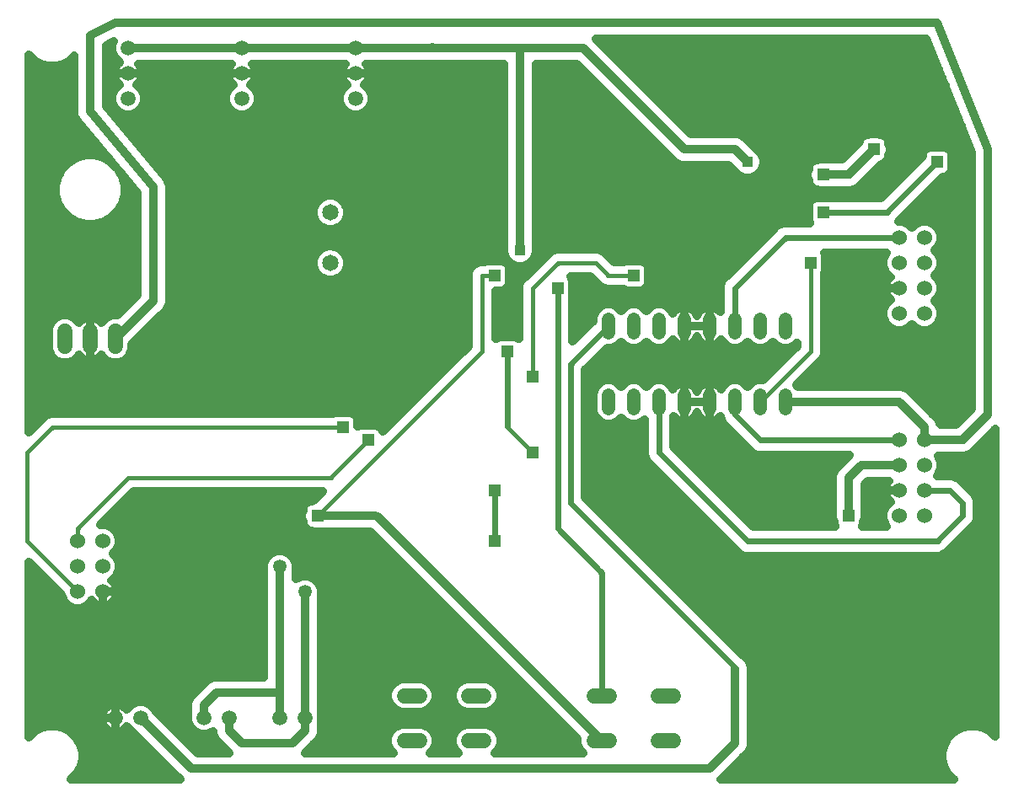
<source format=gbl>
G75*
G70*
%OFA0B0*%
%FSLAX24Y24*%
%IPPOS*%
%LPD*%
%AMOC8*
5,1,8,0,0,1.08239X$1,22.5*
%
%ADD10C,0.0594*%
%ADD11C,0.0650*%
%ADD12C,0.0602*%
%ADD13C,0.0600*%
%ADD14C,0.0520*%
%ADD15C,0.0320*%
%ADD16C,0.0240*%
%ADD17R,0.0475X0.0475*%
%ADD18C,0.0768*%
%ADD19C,0.0160*%
%ADD20C,0.0591*%
%ADD21C,0.0531*%
%ADD22R,0.0396X0.0396*%
D10*
X004260Y003260D03*
X005260Y003260D03*
X007760Y003260D03*
X008760Y003260D03*
X010760Y003260D03*
X011760Y003260D03*
X013760Y027760D03*
X013760Y028760D03*
X013760Y029760D03*
X009260Y029760D03*
X009260Y028760D03*
X009260Y027760D03*
X004760Y027760D03*
X004760Y028760D03*
X004760Y029760D03*
D11*
X012760Y023260D03*
X012760Y021260D03*
D12*
X003760Y010260D03*
X002760Y010260D03*
X002760Y009260D03*
X002760Y008260D03*
X003760Y008260D03*
X003760Y009260D03*
X035260Y011260D03*
X036260Y011260D03*
X036260Y012260D03*
X035260Y012260D03*
X035260Y013260D03*
X036260Y013260D03*
X036260Y014260D03*
X035260Y014260D03*
X035260Y019260D03*
X036260Y019260D03*
X036260Y020260D03*
X035260Y020260D03*
X035260Y021260D03*
X036260Y021260D03*
X036260Y022260D03*
X035260Y022260D03*
D13*
X026340Y004150D02*
X025740Y004150D01*
X025740Y002370D02*
X026340Y002370D01*
X023780Y002370D02*
X023180Y002370D01*
X023180Y004150D02*
X023780Y004150D01*
X018840Y004150D02*
X018240Y004150D01*
X018240Y002370D02*
X018840Y002370D01*
X016280Y002370D02*
X015680Y002370D01*
X015680Y004150D02*
X016280Y004150D01*
X004260Y017960D02*
X004260Y018560D01*
X003260Y018560D02*
X003260Y017960D01*
X002260Y017960D02*
X002260Y018560D01*
D14*
X023760Y018500D02*
X023760Y019020D01*
X024760Y019020D02*
X024760Y018500D01*
X025760Y018500D02*
X025760Y019020D01*
X026760Y019020D02*
X026760Y018500D01*
X027760Y018500D02*
X027760Y019020D01*
X028760Y019020D02*
X028760Y018500D01*
X029760Y018500D02*
X029760Y019020D01*
X030760Y019020D02*
X030760Y018500D01*
X030760Y016020D02*
X030760Y015500D01*
X029760Y015500D02*
X029760Y016020D01*
X028760Y016020D02*
X028760Y015500D01*
X027760Y015500D02*
X027760Y016020D01*
X026760Y016020D02*
X026760Y015500D01*
X025760Y015500D02*
X025760Y016020D01*
X024760Y016020D02*
X024760Y015500D01*
X023760Y015500D02*
X023760Y016020D01*
D15*
X002712Y001029D02*
X002503Y000820D01*
X006823Y000820D01*
X004940Y002703D01*
X004899Y002720D01*
X004720Y002899D01*
X004708Y002929D01*
X004685Y002897D01*
X004623Y002835D01*
X004552Y002784D01*
X004474Y002744D01*
X004390Y002717D01*
X004304Y002703D01*
X004260Y002703D01*
X004260Y003260D01*
X004260Y007260D01*
X003760Y007760D01*
X003760Y008260D01*
X004321Y008260D01*
X003760Y008260D01*
X003760Y008260D01*
X003760Y007699D01*
X003760Y008260D01*
X003760Y008260D01*
X003760Y008223D02*
X003760Y008223D01*
X003760Y007904D02*
X003760Y007904D01*
X003760Y007699D02*
X003716Y007699D01*
X003629Y007713D01*
X003545Y007740D01*
X003466Y007780D01*
X003394Y007832D01*
X003332Y007894D01*
X003313Y007920D01*
X003304Y007897D01*
X003123Y007716D01*
X002888Y007619D01*
X002632Y007619D01*
X002397Y007716D01*
X002216Y007897D01*
X002119Y008132D01*
X002119Y008138D01*
X000820Y009436D01*
X000820Y002503D01*
X001029Y002712D01*
X001301Y002869D01*
X001603Y002950D01*
X001917Y002950D01*
X002219Y002869D01*
X002491Y002712D01*
X002712Y002491D01*
X002869Y002219D01*
X002950Y001917D01*
X002950Y001603D01*
X002869Y001301D01*
X002712Y001029D01*
X002580Y000897D02*
X006746Y000897D01*
X006428Y001216D02*
X002820Y001216D01*
X002931Y001534D02*
X006109Y001534D01*
X005791Y001853D02*
X002950Y001853D01*
X002882Y002171D02*
X005472Y002171D01*
X005154Y002490D02*
X002713Y002490D01*
X002325Y002808D02*
X003935Y002808D01*
X003968Y002784D02*
X004046Y002744D01*
X004130Y002717D01*
X004216Y002703D01*
X004260Y002703D01*
X004260Y003260D01*
X004260Y003260D01*
X004260Y003817D01*
X004216Y003817D01*
X004130Y003803D01*
X004046Y003776D01*
X003968Y003736D01*
X003897Y003685D01*
X003835Y003623D01*
X003784Y003552D01*
X003744Y003474D01*
X003717Y003390D01*
X003703Y003304D01*
X003703Y003260D01*
X004260Y003260D01*
X004260Y003260D01*
X004260Y003260D01*
X004260Y003817D01*
X004304Y003817D01*
X004390Y003803D01*
X004474Y003776D01*
X004552Y003736D01*
X004623Y003685D01*
X004685Y003623D01*
X004708Y003591D01*
X004720Y003621D01*
X004899Y003800D01*
X005133Y003897D01*
X005387Y003897D01*
X005621Y003800D01*
X005800Y003621D01*
X005817Y003580D01*
X007517Y001880D01*
X008763Y001880D01*
X008734Y001909D01*
X008734Y001909D01*
X008234Y002409D01*
X008140Y002637D01*
X008140Y002739D01*
X008121Y002720D01*
X007887Y002623D01*
X007633Y002623D01*
X007399Y002720D01*
X007220Y002899D01*
X007123Y003133D01*
X007123Y003387D01*
X007140Y003427D01*
X007140Y003883D01*
X007234Y004111D01*
X007734Y004611D01*
X007909Y004786D01*
X008137Y004880D01*
X010140Y004880D01*
X010140Y009383D01*
X010234Y009611D01*
X010409Y009786D01*
X010637Y009880D01*
X010883Y009880D01*
X011111Y009786D01*
X011286Y009611D01*
X011380Y009383D01*
X011380Y008757D01*
X011409Y008786D01*
X011637Y008880D01*
X011883Y008880D01*
X012111Y008786D01*
X012286Y008611D01*
X012380Y008383D01*
X012380Y003427D01*
X012397Y003387D01*
X012397Y003133D01*
X012380Y003093D01*
X012380Y002637D01*
X012286Y002409D01*
X012111Y002234D01*
X011757Y001880D01*
X015265Y001880D01*
X015137Y002007D01*
X015040Y002243D01*
X015040Y002497D01*
X015137Y002733D01*
X015317Y002913D01*
X015553Y003010D01*
X016407Y003010D01*
X016643Y002913D01*
X016823Y002733D01*
X016920Y002497D01*
X016920Y002243D01*
X016823Y002007D01*
X016695Y001880D01*
X017825Y001880D01*
X017697Y002007D01*
X017600Y002243D01*
X017600Y002497D01*
X017697Y002733D01*
X017877Y002913D01*
X018113Y003010D01*
X018967Y003010D01*
X019203Y002913D01*
X019383Y002733D01*
X019480Y002497D01*
X019480Y002243D01*
X019383Y002007D01*
X019255Y001880D01*
X022765Y001880D01*
X022637Y002007D01*
X022540Y002243D01*
X022540Y002433D01*
X014333Y010640D01*
X012137Y010640D01*
X012034Y010683D01*
X011955Y010683D01*
X011830Y010734D01*
X011734Y010830D01*
X011683Y010955D01*
X011683Y011034D01*
X011640Y011137D01*
X011640Y011383D01*
X011683Y011486D01*
X011683Y011565D01*
X011734Y011690D01*
X011830Y011786D01*
X011955Y011837D01*
X012034Y011837D01*
X012102Y011866D01*
X012456Y012220D01*
X004984Y012220D01*
X003665Y010901D01*
X003888Y010901D01*
X004123Y010804D01*
X004304Y010623D01*
X004401Y010388D01*
X004401Y010132D01*
X004304Y009897D01*
X004167Y009760D01*
X004304Y009623D01*
X004401Y009388D01*
X004401Y009132D01*
X004304Y008897D01*
X004123Y008716D01*
X004100Y008707D01*
X004126Y008688D01*
X004188Y008626D01*
X004240Y008554D01*
X004280Y008475D01*
X004307Y008391D01*
X004321Y008304D01*
X004321Y008260D01*
X004321Y008216D01*
X004307Y008129D01*
X004280Y008045D01*
X004240Y007966D01*
X004188Y007894D01*
X004126Y007832D01*
X004054Y007780D01*
X003975Y007740D01*
X003891Y007713D01*
X003804Y007699D01*
X003760Y007699D01*
X004195Y007904D02*
X010140Y007904D01*
X010140Y007586D02*
X000820Y007586D01*
X000820Y007904D02*
X002213Y007904D01*
X002034Y008223D02*
X000820Y008223D01*
X000820Y008541D02*
X001715Y008541D01*
X001397Y008860D02*
X000820Y008860D01*
X000820Y009178D02*
X001078Y009178D01*
X000820Y007267D02*
X010140Y007267D01*
X010140Y006949D02*
X000820Y006949D01*
X000820Y006630D02*
X010140Y006630D01*
X010140Y006312D02*
X000820Y006312D01*
X000820Y005993D02*
X010140Y005993D01*
X010140Y005675D02*
X000820Y005675D01*
X000820Y005356D02*
X010140Y005356D01*
X010140Y005038D02*
X000820Y005038D01*
X000820Y004719D02*
X007842Y004719D01*
X007524Y004401D02*
X000820Y004401D01*
X000820Y004082D02*
X007222Y004082D01*
X007140Y003764D02*
X005657Y003764D01*
X005952Y003445D02*
X007140Y003445D01*
X007126Y003127D02*
X006270Y003127D01*
X006589Y002808D02*
X007311Y002808D01*
X006907Y002490D02*
X008201Y002490D01*
X008472Y002171D02*
X007226Y002171D01*
X007260Y001260D02*
X005260Y003260D01*
X004863Y003764D02*
X004498Y003764D01*
X004260Y003764D02*
X004260Y003764D01*
X004022Y003764D02*
X000820Y003764D01*
X000820Y003445D02*
X003735Y003445D01*
X003703Y003260D02*
X003703Y003216D01*
X003717Y003130D01*
X003744Y003046D01*
X003784Y002968D01*
X003835Y002897D01*
X003897Y002835D01*
X003968Y002784D01*
X004260Y002808D02*
X004260Y002808D01*
X004260Y003127D02*
X004260Y003127D01*
X004260Y003260D02*
X003703Y003260D01*
X003718Y003127D02*
X000820Y003127D01*
X000820Y002808D02*
X001195Y002808D01*
X004260Y003445D02*
X004260Y003445D01*
X004585Y002808D02*
X004811Y002808D01*
X007260Y001260D02*
X027760Y001260D01*
X028760Y002260D01*
X028760Y005208D01*
X029171Y005675D02*
X039070Y005675D01*
X039070Y005993D02*
X028847Y005993D01*
X029103Y005737D02*
X022840Y012000D01*
X022840Y017020D01*
X023720Y017900D01*
X023879Y017900D01*
X024100Y017991D01*
X024260Y018151D01*
X024420Y017991D01*
X024641Y017900D01*
X024879Y017900D01*
X025100Y017991D01*
X025260Y018151D01*
X025420Y017991D01*
X025641Y017900D01*
X025879Y017900D01*
X026100Y017991D01*
X026269Y018160D01*
X026305Y018248D01*
X026315Y018227D01*
X026363Y018161D01*
X026421Y018103D01*
X026487Y018055D01*
X026560Y018018D01*
X026638Y017993D01*
X026719Y017980D01*
X026760Y017980D01*
X026801Y017980D01*
X026882Y017993D01*
X026960Y018018D01*
X027033Y018055D01*
X027099Y018103D01*
X027157Y018161D01*
X027205Y018227D01*
X027242Y018300D01*
X027260Y018356D01*
X027278Y018300D01*
X027315Y018227D01*
X027363Y018161D01*
X027421Y018103D01*
X027487Y018055D01*
X027560Y018018D01*
X027638Y017993D01*
X027719Y017980D01*
X027760Y017980D01*
X027801Y017980D01*
X027882Y017993D01*
X027960Y018018D01*
X028033Y018055D01*
X028099Y018103D01*
X028157Y018161D01*
X028205Y018227D01*
X028215Y018248D01*
X028251Y018160D01*
X028420Y017991D01*
X028641Y017900D01*
X028879Y017900D01*
X029100Y017991D01*
X029260Y018151D01*
X029420Y017991D01*
X029641Y017900D01*
X029879Y017900D01*
X030100Y017991D01*
X030260Y018151D01*
X030420Y017991D01*
X030641Y017900D01*
X030879Y017900D01*
X031100Y017991D01*
X031220Y018111D01*
X031220Y017984D01*
X029856Y016620D01*
X029641Y016620D01*
X029420Y016529D01*
X029260Y016369D01*
X029100Y016529D01*
X028879Y016620D01*
X028641Y016620D01*
X028420Y016529D01*
X028251Y016360D01*
X028215Y016272D01*
X028205Y016293D01*
X028157Y016359D01*
X028099Y016417D01*
X028033Y016465D01*
X027960Y016502D01*
X027882Y016527D01*
X027801Y016540D01*
X027760Y016540D01*
X027760Y015760D01*
X026760Y015760D01*
X026760Y018760D01*
X026760Y020208D01*
X026723Y020297D02*
X024260Y022760D01*
X022760Y022760D01*
X023367Y021800D02*
X021679Y021800D01*
X021435Y021699D01*
X021418Y021681D01*
X021418Y021681D01*
X020454Y020718D01*
X020302Y020566D01*
X020220Y020367D01*
X020220Y018256D01*
X020190Y018286D01*
X020065Y018337D01*
X019881Y018337D01*
X019875Y018340D01*
X019645Y018340D01*
X019639Y018337D01*
X019455Y018337D01*
X019330Y018286D01*
X019300Y018256D01*
X019300Y020183D01*
X019565Y020183D01*
X019690Y020234D01*
X019786Y020330D01*
X019837Y020455D01*
X019837Y021065D01*
X019786Y021190D01*
X019690Y021286D01*
X019565Y021337D01*
X018955Y021337D01*
X018864Y021300D01*
X018653Y021300D01*
X018454Y021218D01*
X018302Y021066D01*
X018220Y020867D01*
X018220Y017984D01*
X014827Y014591D01*
X014786Y014690D01*
X014690Y014786D01*
X014565Y014837D01*
X013955Y014837D01*
X013837Y014789D01*
X013837Y015065D01*
X013786Y015190D01*
X013690Y015286D01*
X013565Y015337D01*
X012955Y015337D01*
X012864Y015300D01*
X001679Y015300D01*
X001435Y015199D01*
X001418Y015181D01*
X001418Y015181D01*
X000820Y014584D01*
X000820Y029517D01*
X001029Y029308D01*
X001301Y029151D01*
X001603Y029070D01*
X001917Y029070D01*
X002219Y029151D01*
X002491Y029308D01*
X002640Y029457D01*
X002640Y027288D01*
X002631Y027193D01*
X002640Y027166D01*
X002640Y027137D01*
X002676Y027049D01*
X002705Y026958D01*
X002723Y026936D01*
X002734Y026909D01*
X002802Y026841D01*
X004301Y025042D01*
X004095Y025248D01*
X003785Y025427D01*
X003439Y025520D01*
X003081Y025520D01*
X002735Y025427D01*
X002425Y025248D01*
X002172Y024995D01*
X001993Y024685D01*
X001900Y024339D01*
X001900Y023981D01*
X001993Y023635D01*
X002172Y023325D01*
X002425Y023072D01*
X002735Y022893D01*
X003081Y022800D01*
X003439Y022800D01*
X003785Y022893D01*
X004095Y023072D01*
X004348Y023325D01*
X004527Y023635D01*
X004620Y023981D01*
X004620Y024339D01*
X004527Y024685D01*
X004366Y024964D01*
X005140Y024036D01*
X005140Y020017D01*
X004323Y019200D01*
X004133Y019200D01*
X003897Y019103D01*
X003717Y018923D01*
X003707Y018897D01*
X003687Y018925D01*
X003625Y018987D01*
X003554Y019039D01*
X003475Y019079D01*
X003391Y019106D01*
X003304Y019120D01*
X003260Y019120D01*
X003260Y018260D01*
X003260Y018260D01*
X003260Y017400D01*
X003304Y017400D01*
X003391Y017414D01*
X003475Y017441D01*
X003554Y017481D01*
X003625Y017533D01*
X003687Y017595D01*
X003707Y017623D01*
X003717Y017597D01*
X003897Y017417D01*
X004133Y017320D01*
X004387Y017320D01*
X004623Y017417D01*
X004803Y017597D01*
X004900Y017833D01*
X004900Y018023D01*
X006075Y019198D01*
X006162Y019285D01*
X006267Y019390D01*
X006380Y019664D01*
X006380Y024232D01*
X006389Y024327D01*
X006380Y024354D01*
X006380Y024383D01*
X006344Y024471D01*
X006315Y024562D01*
X006297Y024584D01*
X006286Y024611D01*
X006218Y024679D01*
X003880Y027484D01*
X003880Y029877D01*
X004182Y030028D01*
X004123Y029887D01*
X004123Y029633D01*
X004220Y029399D01*
X004399Y029220D01*
X004429Y029208D01*
X004397Y029185D01*
X004335Y029123D01*
X004284Y029052D01*
X004244Y028974D01*
X004217Y028890D01*
X004203Y028804D01*
X004203Y028760D01*
X004203Y028716D01*
X004217Y028630D01*
X004244Y028546D01*
X004284Y028468D01*
X004335Y028397D01*
X004397Y028335D01*
X004429Y028312D01*
X004399Y028300D01*
X004220Y028121D01*
X004123Y027887D01*
X004123Y027633D01*
X004220Y027399D01*
X004399Y027220D01*
X004633Y027123D01*
X004887Y027123D01*
X005121Y027220D01*
X005300Y027399D01*
X005397Y027633D01*
X005397Y027887D01*
X005300Y028121D01*
X005121Y028300D01*
X005091Y028312D01*
X005123Y028335D01*
X005185Y028397D01*
X005236Y028468D01*
X005276Y028546D01*
X005303Y028630D01*
X005317Y028716D01*
X005317Y028760D01*
X005317Y028804D01*
X005303Y028890D01*
X005276Y028974D01*
X005236Y029052D01*
X005185Y029123D01*
X005168Y029140D01*
X008852Y029140D01*
X008835Y029123D01*
X008784Y029052D01*
X008744Y028974D01*
X008717Y028890D01*
X008703Y028804D01*
X008703Y028760D01*
X008703Y028716D01*
X008717Y028630D01*
X008744Y028546D01*
X008784Y028468D01*
X008835Y028397D01*
X008897Y028335D01*
X008929Y028312D01*
X008899Y028300D01*
X008720Y028121D01*
X008623Y027887D01*
X008623Y027633D01*
X008720Y027399D01*
X008899Y027220D01*
X009133Y027123D01*
X009387Y027123D01*
X009621Y027220D01*
X009800Y027399D01*
X009897Y027633D01*
X009897Y027887D01*
X009800Y028121D01*
X009621Y028300D01*
X009591Y028312D01*
X009623Y028335D01*
X009685Y028397D01*
X009736Y028468D01*
X009776Y028546D01*
X009803Y028630D01*
X009817Y028716D01*
X009817Y028760D01*
X009817Y028804D01*
X009803Y028890D01*
X009776Y028974D01*
X009736Y029052D01*
X009685Y029123D01*
X009668Y029140D01*
X013352Y029140D01*
X013335Y029123D01*
X013284Y029052D01*
X013244Y028974D01*
X013217Y028890D01*
X013203Y028804D01*
X013203Y028760D01*
X013203Y028716D01*
X013217Y028630D01*
X013244Y028546D01*
X013284Y028468D01*
X013335Y028397D01*
X013397Y028335D01*
X013429Y028312D01*
X013399Y028300D01*
X013220Y028121D01*
X013123Y027887D01*
X013123Y027633D01*
X013220Y027399D01*
X013399Y027220D01*
X013633Y027123D01*
X013887Y027123D01*
X014121Y027220D01*
X014300Y027399D01*
X014397Y027633D01*
X014397Y027887D01*
X014300Y028121D01*
X014121Y028300D01*
X014091Y028312D01*
X014123Y028335D01*
X014185Y028397D01*
X014236Y028468D01*
X014276Y028546D01*
X014303Y028630D01*
X014317Y028716D01*
X014317Y028760D01*
X014317Y028804D01*
X014303Y028890D01*
X014276Y028974D01*
X014236Y029052D01*
X014185Y029123D01*
X014168Y029140D01*
X019640Y029140D01*
X019640Y021637D01*
X019734Y021409D01*
X019773Y021370D01*
X019774Y021369D01*
X019869Y021274D01*
X019870Y021273D01*
X019909Y021234D01*
X020137Y021140D01*
X020383Y021140D01*
X020611Y021234D01*
X020650Y021273D01*
X020651Y021274D01*
X020746Y021369D01*
X020747Y021370D01*
X020786Y021409D01*
X020880Y021637D01*
X020880Y029140D01*
X022503Y029140D01*
X026234Y025409D01*
X026409Y025234D01*
X026637Y025140D01*
X028503Y025140D01*
X028773Y024870D01*
X028774Y024869D01*
X028869Y024774D01*
X028870Y024773D01*
X028909Y024734D01*
X029137Y024640D01*
X029383Y024640D01*
X029611Y024734D01*
X029650Y024773D01*
X029651Y024774D01*
X029746Y024869D01*
X029747Y024870D01*
X029786Y024909D01*
X029880Y025137D01*
X029880Y025383D01*
X029786Y025611D01*
X029747Y025650D01*
X029746Y025651D01*
X029651Y025746D01*
X029650Y025747D01*
X029111Y026286D01*
X028883Y026380D01*
X027017Y026380D01*
X023257Y030140D01*
X036340Y030140D01*
X038140Y025641D01*
X038140Y015517D01*
X037503Y014880D01*
X036880Y014880D01*
X036880Y014883D01*
X036786Y015111D01*
X036611Y015286D01*
X035822Y016075D01*
X035735Y016162D01*
X035630Y016267D01*
X035356Y016380D01*
X031249Y016380D01*
X031196Y016432D01*
X032066Y017302D01*
X032218Y017454D01*
X032300Y017653D01*
X032300Y020864D01*
X032337Y020955D01*
X032337Y021565D01*
X032290Y021680D01*
X034773Y021680D01*
X034716Y021623D01*
X034619Y021388D01*
X034619Y021132D01*
X034716Y020897D01*
X034897Y020716D01*
X034920Y020707D01*
X034894Y020688D01*
X034832Y020626D01*
X034780Y020554D01*
X034740Y020475D01*
X034713Y020391D01*
X034699Y020304D01*
X034699Y020260D01*
X035260Y020260D01*
X035260Y020260D01*
X034699Y020260D01*
X034699Y020216D01*
X034713Y020129D01*
X034740Y020045D01*
X034780Y019966D01*
X034832Y019894D01*
X034894Y019832D01*
X034920Y019813D01*
X034897Y019804D01*
X034716Y019623D01*
X034619Y019388D01*
X034619Y019132D01*
X034716Y018897D01*
X034897Y018716D01*
X035132Y018619D01*
X035388Y018619D01*
X035623Y018716D01*
X035760Y018853D01*
X035897Y018716D01*
X036132Y018619D01*
X036388Y018619D01*
X036623Y018716D01*
X036804Y018897D01*
X036901Y019132D01*
X036901Y019388D01*
X036804Y019623D01*
X036667Y019760D01*
X036804Y019897D01*
X036901Y020132D01*
X036901Y020388D01*
X036804Y020623D01*
X036667Y020760D01*
X036804Y020897D01*
X036901Y021132D01*
X036901Y021388D01*
X036804Y021623D01*
X036667Y021760D01*
X036804Y021897D01*
X036901Y022132D01*
X036901Y022388D01*
X036804Y022623D01*
X036623Y022804D01*
X036388Y022901D01*
X036132Y022901D01*
X035897Y022804D01*
X035760Y022667D01*
X035623Y022804D01*
X035388Y022901D01*
X035221Y022901D01*
X037003Y024683D01*
X037065Y024683D01*
X037190Y024734D01*
X037286Y024830D01*
X037337Y024955D01*
X037337Y025139D01*
X037340Y025145D01*
X037340Y025375D01*
X037337Y025381D01*
X037337Y025565D01*
X037286Y025690D01*
X037190Y025786D01*
X037065Y025837D01*
X036881Y025837D01*
X036875Y025840D01*
X036645Y025840D01*
X036639Y025837D01*
X036455Y025837D01*
X036330Y025786D01*
X036234Y025690D01*
X036183Y025565D01*
X036183Y025503D01*
X034520Y023840D01*
X032145Y023840D01*
X032139Y023837D01*
X031955Y023837D01*
X031830Y023786D01*
X031734Y023690D01*
X031683Y023565D01*
X031683Y023381D01*
X031680Y023375D01*
X031680Y023145D01*
X031683Y023139D01*
X031683Y022955D01*
X031730Y022840D01*
X030672Y022840D01*
X030412Y022733D01*
X030313Y022634D01*
X028431Y020752D01*
X028268Y020589D01*
X028180Y020375D01*
X028180Y019327D01*
X028157Y019359D01*
X028099Y019417D01*
X028033Y019465D01*
X027960Y019502D01*
X027882Y019527D01*
X027801Y019540D01*
X027760Y019540D01*
X027760Y018760D01*
X026760Y018760D01*
X027280Y018760D01*
X027760Y018760D01*
X027760Y020208D01*
X027797Y020297D02*
X029760Y022260D01*
X029760Y024708D01*
X029797Y024797D02*
X031260Y026260D01*
X031830Y025286D02*
X031955Y025337D01*
X032034Y025337D01*
X032137Y025380D01*
X033003Y025380D01*
X033683Y026059D01*
X033683Y026065D01*
X033734Y026190D01*
X033830Y026286D01*
X033955Y026337D01*
X034034Y026337D01*
X034137Y026380D01*
X034383Y026380D01*
X034486Y026337D01*
X034565Y026337D01*
X034690Y026286D01*
X034786Y026190D01*
X034837Y026065D01*
X034837Y025986D01*
X034880Y025883D01*
X034880Y025637D01*
X034837Y025534D01*
X034837Y025455D01*
X034786Y025330D01*
X034690Y025234D01*
X034565Y025183D01*
X034559Y025183D01*
X033822Y024445D01*
X033822Y024445D01*
X033735Y024358D01*
X033735Y024358D01*
X033630Y024253D01*
X033630Y024253D01*
X033356Y024140D01*
X032137Y024140D01*
X032034Y024183D01*
X031955Y024183D01*
X031830Y024234D01*
X031734Y024330D01*
X031683Y024455D01*
X031683Y024534D01*
X031640Y024637D01*
X031640Y024883D01*
X031683Y024986D01*
X031683Y025065D01*
X031734Y025190D01*
X031830Y025286D01*
X031698Y025103D02*
X029866Y025103D01*
X029864Y025422D02*
X033045Y025422D01*
X033363Y025740D02*
X029657Y025740D01*
X029338Y026059D02*
X033682Y026059D01*
X034129Y026377D02*
X028891Y026377D01*
X028760Y025760D02*
X029260Y025260D01*
X029662Y024785D02*
X031640Y024785D01*
X031683Y024466D02*
X020880Y024466D01*
X020880Y024148D02*
X032119Y024148D01*
X031934Y023829D02*
X020880Y023829D01*
X020880Y023511D02*
X031683Y023511D01*
X031680Y023192D02*
X020880Y023192D01*
X020880Y022874D02*
X031716Y022874D01*
X030412Y022733D02*
X030412Y022733D01*
X030235Y022555D02*
X020880Y022555D01*
X020880Y022237D02*
X029916Y022237D01*
X029598Y021918D02*
X020880Y021918D01*
X020865Y021600D02*
X021336Y021600D01*
X021435Y021699D02*
X021435Y021699D01*
X021017Y021281D02*
X020658Y021281D01*
X020699Y020963D02*
X019837Y020963D01*
X019837Y020644D02*
X020380Y020644D01*
X020220Y020326D02*
X019781Y020326D01*
X020220Y020007D02*
X019300Y020007D01*
X019300Y019689D02*
X020220Y019689D01*
X020220Y019370D02*
X019300Y019370D01*
X019300Y019052D02*
X020220Y019052D01*
X020220Y018733D02*
X019300Y018733D01*
X019300Y018415D02*
X020220Y018415D01*
X018220Y018415D02*
X005291Y018415D01*
X005610Y018733D02*
X018220Y018733D01*
X018220Y019052D02*
X005928Y019052D01*
X006075Y019198D02*
X006075Y019198D01*
X006162Y019285D02*
X006162Y019285D01*
X006247Y019370D02*
X018220Y019370D01*
X018220Y019689D02*
X006380Y019689D01*
X006380Y020007D02*
X018220Y020007D01*
X018220Y020326D02*
X006380Y020326D01*
X006380Y020644D02*
X012509Y020644D01*
X012628Y020595D02*
X012892Y020595D01*
X013137Y020696D01*
X013324Y020883D01*
X013425Y021128D01*
X013425Y021392D01*
X013324Y021637D01*
X013137Y021824D01*
X012892Y021925D01*
X012628Y021925D01*
X012383Y021824D01*
X012196Y021637D01*
X012095Y021392D01*
X012095Y021128D01*
X012196Y020883D01*
X012383Y020696D01*
X012628Y020595D01*
X013011Y020644D02*
X018220Y020644D01*
X018259Y020963D02*
X013357Y020963D01*
X013425Y021281D02*
X018607Y021281D01*
X019695Y021281D02*
X019862Y021281D01*
X019655Y021600D02*
X013339Y021600D01*
X012909Y021918D02*
X019640Y021918D01*
X019640Y022237D02*
X006380Y022237D01*
X006380Y022555D02*
X019640Y022555D01*
X019640Y022874D02*
X013314Y022874D01*
X013324Y022883D02*
X013425Y023128D01*
X013425Y023392D01*
X013324Y023637D01*
X013137Y023824D01*
X012892Y023925D01*
X012628Y023925D01*
X012383Y023824D01*
X012196Y023637D01*
X012095Y023392D01*
X012095Y023128D01*
X012196Y022883D01*
X012383Y022696D01*
X012628Y022595D01*
X012892Y022595D01*
X013137Y022696D01*
X013324Y022883D01*
X013425Y023192D02*
X019640Y023192D01*
X019640Y023511D02*
X013376Y023511D01*
X013124Y023829D02*
X019640Y023829D01*
X019640Y024148D02*
X006380Y024148D01*
X006380Y023829D02*
X012396Y023829D01*
X012144Y023511D02*
X006380Y023511D01*
X006380Y023192D02*
X012095Y023192D01*
X012206Y022874D02*
X006380Y022874D01*
X006380Y021918D02*
X012611Y021918D01*
X012181Y021600D02*
X006380Y021600D01*
X006380Y021281D02*
X012095Y021281D01*
X012163Y020963D02*
X006380Y020963D01*
X005140Y020963D02*
X000820Y020963D01*
X000820Y021281D02*
X005140Y021281D01*
X005140Y021600D02*
X000820Y021600D01*
X000820Y021918D02*
X005140Y021918D01*
X005140Y022237D02*
X000820Y022237D01*
X000820Y022555D02*
X005140Y022555D01*
X005140Y022874D02*
X003713Y022874D01*
X004215Y023192D02*
X005140Y023192D01*
X005140Y023511D02*
X004455Y023511D01*
X004579Y023829D02*
X005140Y023829D01*
X005047Y024148D02*
X004620Y024148D01*
X004586Y024466D02*
X004781Y024466D01*
X004516Y024785D02*
X004470Y024785D01*
X004250Y025103D02*
X004240Y025103D01*
X003985Y025422D02*
X003795Y025422D01*
X003720Y025740D02*
X000820Y025740D01*
X000820Y025422D02*
X002725Y025422D01*
X002280Y025103D02*
X000820Y025103D01*
X000820Y024785D02*
X002050Y024785D01*
X001934Y024466D02*
X000820Y024466D01*
X000820Y024148D02*
X001900Y024148D01*
X001941Y023829D02*
X000820Y023829D01*
X000820Y023511D02*
X002065Y023511D01*
X002305Y023192D02*
X000820Y023192D01*
X000820Y022874D02*
X002807Y022874D01*
X000820Y020644D02*
X005140Y020644D01*
X005140Y020326D02*
X000820Y020326D01*
X000820Y020007D02*
X005130Y020007D01*
X004812Y019689D02*
X000820Y019689D01*
X000820Y019370D02*
X004493Y019370D01*
X003846Y019052D02*
X003529Y019052D01*
X003260Y019052D02*
X003260Y019052D01*
X003260Y019120D02*
X003216Y019120D01*
X003129Y019106D01*
X003045Y019079D01*
X002966Y019039D01*
X002895Y018987D01*
X002833Y018925D01*
X002813Y018897D01*
X002803Y018923D01*
X002623Y019103D01*
X002387Y019200D01*
X002133Y019200D01*
X001897Y019103D01*
X001717Y018923D01*
X001620Y018687D01*
X001620Y017833D01*
X001717Y017597D01*
X001897Y017417D01*
X002133Y017320D01*
X002387Y017320D01*
X002623Y017417D01*
X002803Y017597D01*
X002813Y017623D01*
X002833Y017595D01*
X002895Y017533D01*
X002966Y017481D01*
X003045Y017441D01*
X003129Y017414D01*
X003216Y017400D01*
X003260Y017400D01*
X003260Y018260D01*
X003260Y018260D01*
X003260Y019120D01*
X002991Y019052D02*
X002674Y019052D01*
X003260Y018733D02*
X003260Y018733D01*
X003260Y018415D02*
X003260Y018415D01*
X003260Y018096D02*
X003260Y018096D01*
X003260Y017778D02*
X003260Y017778D01*
X003260Y017459D02*
X003260Y017459D01*
X003510Y017459D02*
X003856Y017459D01*
X004664Y017459D02*
X017695Y017459D01*
X017760Y017760D02*
X017760Y022708D01*
X017797Y022797D02*
X019260Y024260D01*
X019260Y025260D01*
X018260Y026260D01*
X015797Y028723D01*
X015708Y028760D02*
X013760Y028760D01*
X009260Y028760D01*
X004760Y028760D01*
X005317Y028760D01*
X004760Y028760D01*
X004760Y028760D01*
X004760Y028760D01*
X004203Y028760D01*
X004760Y028760D01*
X004228Y028925D02*
X003880Y028925D01*
X003880Y028607D02*
X004224Y028607D01*
X004387Y028288D02*
X003880Y028288D01*
X003880Y027970D02*
X004157Y027970D01*
X004123Y027651D02*
X003880Y027651D01*
X004007Y027333D02*
X004287Y027333D01*
X004272Y027014D02*
X019640Y027014D01*
X019640Y026696D02*
X004537Y026696D01*
X004803Y026377D02*
X019640Y026377D01*
X019640Y026059D02*
X005068Y026059D01*
X005334Y025740D02*
X019640Y025740D01*
X019640Y025422D02*
X005599Y025422D01*
X005865Y025103D02*
X019640Y025103D01*
X019640Y024785D02*
X006130Y024785D01*
X006346Y024466D02*
X019640Y024466D01*
X020880Y024785D02*
X028858Y024785D01*
X028540Y025103D02*
X020880Y025103D01*
X020880Y025422D02*
X026222Y025422D01*
X025903Y025740D02*
X020880Y025740D01*
X020880Y026059D02*
X025585Y026059D01*
X025266Y026377D02*
X020880Y026377D01*
X020880Y026696D02*
X024948Y026696D01*
X024629Y027014D02*
X020880Y027014D01*
X020880Y027333D02*
X024311Y027333D01*
X023992Y027651D02*
X020880Y027651D01*
X020880Y027970D02*
X023674Y027970D01*
X023355Y028288D02*
X020880Y028288D01*
X020880Y028607D02*
X023037Y028607D01*
X022718Y028925D02*
X020880Y028925D01*
X020260Y029760D02*
X020260Y021760D01*
X022256Y020720D02*
X023036Y020720D01*
X023418Y020339D01*
X023435Y020321D01*
X023679Y020220D01*
X024364Y020220D01*
X024455Y020183D01*
X025065Y020183D01*
X025190Y020234D01*
X025286Y020330D01*
X025337Y020455D01*
X025337Y021065D01*
X025286Y021190D01*
X025190Y021286D01*
X025065Y021337D01*
X024455Y021337D01*
X024364Y021300D01*
X023984Y021300D01*
X023718Y021566D01*
X023566Y021718D01*
X023367Y021800D01*
X023684Y021600D02*
X029279Y021600D01*
X028961Y021281D02*
X025195Y021281D01*
X025337Y020963D02*
X028642Y020963D01*
X028431Y020752D02*
X028431Y020752D01*
X028324Y020644D02*
X025337Y020644D01*
X025281Y020326D02*
X028180Y020326D01*
X027797Y020296D02*
X027784Y020281D01*
X027774Y020265D01*
X027766Y020247D01*
X027762Y020228D01*
X027760Y020208D01*
X028180Y020007D02*
X022340Y020007D01*
X022340Y019689D02*
X028180Y019689D01*
X028180Y019370D02*
X028145Y019370D01*
X027760Y019370D02*
X027760Y019370D01*
X027760Y019540D02*
X027719Y019540D01*
X027638Y019527D01*
X027560Y019502D01*
X027487Y019465D01*
X027421Y019417D01*
X027363Y019359D01*
X027315Y019293D01*
X027278Y019220D01*
X027260Y019164D01*
X027242Y019220D01*
X027205Y019293D01*
X027157Y019359D01*
X027099Y019417D01*
X027033Y019465D01*
X026960Y019502D01*
X026882Y019527D01*
X026801Y019540D01*
X026760Y019540D01*
X026760Y018760D01*
X026760Y018760D01*
X026760Y018760D01*
X027760Y018760D01*
X027760Y018760D01*
X027760Y018760D01*
X027760Y017980D01*
X027760Y018760D01*
X027760Y018760D01*
X027760Y019540D01*
X027375Y019370D02*
X027145Y019370D01*
X026760Y019370D02*
X026760Y019370D01*
X026760Y019540D02*
X026719Y019540D01*
X026638Y019527D01*
X026560Y019502D01*
X026487Y019465D01*
X026421Y019417D01*
X026363Y019359D01*
X026315Y019293D01*
X026305Y019272D01*
X026269Y019360D01*
X026100Y019529D01*
X025879Y019620D01*
X025641Y019620D01*
X025420Y019529D01*
X025260Y019369D01*
X025100Y019529D01*
X024879Y019620D01*
X024641Y019620D01*
X024420Y019529D01*
X024260Y019369D01*
X024100Y019529D01*
X023879Y019620D01*
X023641Y019620D01*
X023420Y019529D01*
X023251Y019360D01*
X023160Y019139D01*
X023160Y018980D01*
X022340Y018160D01*
X022340Y020375D01*
X022337Y020381D01*
X022337Y020565D01*
X022286Y020690D01*
X022256Y020720D01*
X022305Y020644D02*
X023112Y020644D01*
X023418Y020339D02*
X023418Y020339D01*
X023431Y020326D02*
X022340Y020326D01*
X022340Y019370D02*
X023261Y019370D01*
X023160Y019052D02*
X022340Y019052D01*
X022340Y018733D02*
X022913Y018733D01*
X022594Y018415D02*
X022340Y018415D01*
X023279Y017459D02*
X030695Y017459D01*
X030377Y017141D02*
X022961Y017141D01*
X022840Y016822D02*
X030058Y016822D01*
X029395Y016504D02*
X029125Y016504D01*
X028395Y016504D02*
X027955Y016504D01*
X027760Y016504D02*
X027760Y016504D01*
X027760Y016540D02*
X027719Y016540D01*
X027638Y016527D01*
X027560Y016502D01*
X027487Y016465D01*
X027421Y016417D01*
X027363Y016359D01*
X027315Y016293D01*
X027278Y016220D01*
X027260Y016164D01*
X027242Y016220D01*
X027205Y016293D01*
X027157Y016359D01*
X027099Y016417D01*
X027033Y016465D01*
X026960Y016502D01*
X026882Y016527D01*
X026801Y016540D01*
X026760Y016540D01*
X026760Y015760D01*
X027760Y015760D01*
X027760Y015760D01*
X027760Y015760D01*
X027760Y016540D01*
X027565Y016504D02*
X026955Y016504D01*
X026760Y016504D02*
X026760Y016504D01*
X026760Y016540D02*
X026719Y016540D01*
X026638Y016527D01*
X026560Y016502D01*
X026487Y016465D01*
X026421Y016417D01*
X026363Y016359D01*
X026315Y016293D01*
X026305Y016272D01*
X026269Y016360D01*
X026100Y016529D01*
X025879Y016620D01*
X025641Y016620D01*
X025420Y016529D01*
X025260Y016369D01*
X025100Y016529D01*
X024879Y016620D01*
X024641Y016620D01*
X024420Y016529D01*
X024260Y016369D01*
X024100Y016529D01*
X023879Y016620D01*
X023641Y016620D01*
X023420Y016529D01*
X023251Y016360D01*
X023160Y016139D01*
X023160Y015381D01*
X023251Y015160D01*
X023420Y014991D01*
X023641Y014900D01*
X023879Y014900D01*
X024100Y014991D01*
X024260Y015151D01*
X024420Y014991D01*
X024641Y014900D01*
X024879Y014900D01*
X025100Y014991D01*
X025180Y015071D01*
X025180Y013672D01*
X025287Y013412D01*
X025305Y013395D01*
X028768Y009931D01*
X028931Y009768D01*
X029145Y009680D01*
X036848Y009680D01*
X037108Y009787D01*
X037125Y009805D01*
X037125Y009805D01*
X038089Y010768D01*
X038252Y010931D01*
X038340Y011145D01*
X038340Y011875D01*
X038252Y012089D01*
X037752Y012589D01*
X037589Y012752D01*
X037375Y012840D01*
X036747Y012840D01*
X036804Y012897D01*
X036901Y013132D01*
X036901Y013388D01*
X036804Y013623D01*
X036787Y013640D01*
X037856Y013640D01*
X038130Y013753D01*
X038130Y013753D01*
X038235Y013858D01*
X038322Y013945D01*
X038322Y013945D01*
X039070Y014693D01*
X039070Y002533D01*
X038891Y002712D01*
X038619Y002869D01*
X038317Y002950D01*
X038003Y002950D01*
X037701Y002869D01*
X037429Y002712D01*
X037208Y002491D01*
X037051Y002219D01*
X036970Y001917D01*
X036970Y001603D01*
X037051Y001301D01*
X037208Y001029D01*
X037417Y000820D01*
X028197Y000820D01*
X028286Y000909D01*
X029111Y001734D01*
X029286Y001909D01*
X029380Y002137D01*
X029380Y005332D01*
X029286Y005559D01*
X029111Y005734D01*
X029103Y005737D01*
X029370Y005356D02*
X039070Y005356D01*
X039070Y005038D02*
X029380Y005038D01*
X029380Y004719D02*
X039070Y004719D01*
X039070Y004401D02*
X029380Y004401D01*
X029380Y004082D02*
X039070Y004082D01*
X039070Y003764D02*
X029380Y003764D01*
X029380Y003445D02*
X039070Y003445D01*
X039070Y003127D02*
X029380Y003127D01*
X029380Y002808D02*
X037595Y002808D01*
X037207Y002490D02*
X029380Y002490D01*
X029380Y002171D02*
X037038Y002171D01*
X036970Y001853D02*
X029229Y001853D01*
X028911Y001534D02*
X036989Y001534D01*
X037100Y001216D02*
X028592Y001216D01*
X028286Y000909D02*
X028286Y000909D01*
X028274Y000897D02*
X037340Y000897D01*
X038725Y002808D02*
X039070Y002808D01*
X039070Y006312D02*
X028529Y006312D01*
X028210Y006630D02*
X039070Y006630D01*
X039070Y006949D02*
X027892Y006949D01*
X027573Y007267D02*
X039070Y007267D01*
X039070Y007586D02*
X027255Y007586D01*
X026936Y007904D02*
X039070Y007904D01*
X039070Y008223D02*
X026618Y008223D01*
X026299Y008541D02*
X039070Y008541D01*
X039070Y008860D02*
X025981Y008860D01*
X025662Y009178D02*
X039070Y009178D01*
X039070Y009497D02*
X025344Y009497D01*
X025025Y009815D02*
X028885Y009815D01*
X028566Y010134D02*
X024707Y010134D01*
X024388Y010452D02*
X028248Y010452D01*
X027929Y010771D02*
X024070Y010771D01*
X023751Y011089D02*
X027611Y011089D01*
X027292Y011408D02*
X023433Y011408D01*
X023114Y011726D02*
X026974Y011726D01*
X026655Y012045D02*
X022840Y012045D01*
X022840Y012363D02*
X026337Y012363D01*
X026018Y012682D02*
X022840Y012682D01*
X022840Y013000D02*
X025700Y013000D01*
X025381Y013319D02*
X022840Y013319D01*
X022840Y013637D02*
X025194Y013637D01*
X025287Y013412D02*
X025287Y013412D01*
X025305Y013395D02*
X025305Y013395D01*
X025180Y013956D02*
X022840Y013956D01*
X022840Y014274D02*
X025180Y014274D01*
X025180Y014593D02*
X022840Y014593D01*
X022840Y014911D02*
X023614Y014911D01*
X023906Y014911D02*
X024614Y014911D01*
X024906Y014911D02*
X025180Y014911D01*
X026340Y014911D02*
X028289Y014911D01*
X028287Y014912D02*
X028305Y014895D01*
X029268Y013931D01*
X029431Y013768D01*
X029645Y013680D01*
X033303Y013680D01*
X033285Y013662D01*
X033198Y013575D01*
X033198Y013575D01*
X032909Y013286D01*
X032734Y013111D01*
X032640Y012883D01*
X032640Y011137D01*
X032683Y011034D01*
X032683Y010955D01*
X032730Y010840D01*
X029500Y010840D01*
X026340Y014000D01*
X026340Y015193D01*
X026363Y015161D01*
X026421Y015103D01*
X026487Y015055D01*
X026560Y015018D01*
X026638Y014993D01*
X026719Y014980D01*
X026760Y014980D01*
X026801Y014980D01*
X026882Y014993D01*
X026960Y015018D01*
X027033Y015055D01*
X027099Y015103D01*
X027157Y015161D01*
X027205Y015227D01*
X027242Y015300D01*
X027260Y015356D01*
X027278Y015300D01*
X027315Y015227D01*
X027363Y015161D01*
X027421Y015103D01*
X027487Y015055D01*
X027560Y015018D01*
X027638Y014993D01*
X027719Y014980D01*
X027760Y014980D01*
X027801Y014980D01*
X027882Y014993D01*
X027960Y015018D01*
X028033Y015055D01*
X028099Y015103D01*
X028157Y015161D01*
X028180Y015193D01*
X028180Y015172D01*
X028287Y014912D01*
X028287Y014912D01*
X028305Y014895D02*
X028305Y014895D01*
X028607Y014593D02*
X026340Y014593D01*
X026340Y014274D02*
X028926Y014274D01*
X029244Y013956D02*
X026385Y013956D01*
X026703Y013637D02*
X033260Y013637D01*
X033285Y013662D02*
X033285Y013662D01*
X032942Y013319D02*
X027022Y013319D01*
X027340Y013000D02*
X032688Y013000D01*
X032640Y012682D02*
X027659Y012682D01*
X027977Y012363D02*
X032640Y012363D01*
X032640Y012045D02*
X028296Y012045D01*
X028614Y011726D02*
X032640Y011726D01*
X032640Y011408D02*
X028933Y011408D01*
X029251Y011089D02*
X032660Y011089D01*
X033260Y011260D02*
X033260Y012760D01*
X033723Y013223D01*
X033812Y013260D02*
X035260Y013260D01*
X034846Y012640D02*
X034832Y012626D01*
X034780Y012554D01*
X034740Y012475D01*
X034713Y012391D01*
X034699Y012304D01*
X034699Y012260D01*
X035260Y012260D01*
X035260Y012260D01*
X034699Y012260D01*
X034699Y012216D01*
X034713Y012129D01*
X034740Y012045D01*
X034780Y011966D01*
X034832Y011894D01*
X034894Y011832D01*
X034920Y011813D01*
X034897Y011804D01*
X034716Y011623D01*
X034619Y011388D01*
X034619Y011132D01*
X034716Y010897D01*
X034773Y010840D01*
X033790Y010840D01*
X033837Y010955D01*
X033837Y011034D01*
X033880Y011137D01*
X033880Y012503D01*
X034017Y012640D01*
X034846Y012640D01*
X034708Y012363D02*
X033880Y012363D01*
X033880Y012045D02*
X034740Y012045D01*
X034819Y011726D02*
X033880Y011726D01*
X033880Y011408D02*
X034627Y011408D01*
X034637Y011089D02*
X033860Y011089D01*
X033724Y013223D02*
X033739Y013236D01*
X033755Y013246D01*
X033773Y013254D01*
X033792Y013258D01*
X033812Y013260D01*
X036260Y014260D02*
X037708Y014260D01*
X037797Y014297D02*
X038760Y015260D01*
X038760Y025760D01*
X036760Y030760D01*
X004260Y030760D01*
X003260Y030260D01*
X003260Y027260D01*
X005760Y024260D01*
X005760Y019812D01*
X005723Y019723D02*
X004260Y018260D01*
X004973Y018096D02*
X018220Y018096D01*
X018014Y017778D02*
X004877Y017778D01*
X003010Y017459D02*
X002664Y017459D01*
X001856Y017459D02*
X000820Y017459D01*
X000820Y017141D02*
X017377Y017141D01*
X017058Y016822D02*
X000820Y016822D01*
X000820Y016504D02*
X016740Y016504D01*
X016421Y016185D02*
X000820Y016185D01*
X000820Y015867D02*
X016103Y015867D01*
X015784Y015548D02*
X000820Y015548D01*
X000820Y015230D02*
X001509Y015230D01*
X001435Y015199D02*
X001435Y015199D01*
X001147Y014911D02*
X000820Y014911D01*
X000820Y014593D02*
X000829Y014593D01*
X004490Y011726D02*
X011770Y011726D01*
X011650Y011408D02*
X004171Y011408D01*
X003853Y011089D02*
X011660Y011089D01*
X011794Y010771D02*
X004156Y010771D01*
X004374Y010452D02*
X014521Y010452D01*
X014840Y010134D02*
X004401Y010134D01*
X004222Y009815D02*
X010480Y009815D01*
X010187Y009497D02*
X004356Y009497D01*
X004401Y009178D02*
X010140Y009178D01*
X010140Y008860D02*
X004266Y008860D01*
X004247Y008541D02*
X010140Y008541D01*
X010140Y008223D02*
X004321Y008223D01*
X003325Y007904D02*
X003307Y007904D01*
X007760Y003760D02*
X008260Y004260D01*
X010760Y004260D01*
X010760Y009260D01*
X011333Y009497D02*
X015477Y009497D01*
X015158Y009815D02*
X011040Y009815D01*
X011380Y009178D02*
X015795Y009178D01*
X016114Y008860D02*
X011933Y008860D01*
X011587Y008860D02*
X011380Y008860D01*
X011760Y008260D02*
X011760Y003260D01*
X011760Y002760D01*
X011260Y002260D01*
X009260Y002260D01*
X008760Y002760D01*
X008760Y003260D01*
X007760Y003260D02*
X007760Y003760D01*
X010760Y003260D02*
X010760Y004260D01*
X012380Y004401D02*
X015091Y004401D01*
X015137Y004513D02*
X015040Y004277D01*
X015040Y004023D01*
X015137Y003787D01*
X015317Y003607D01*
X015553Y003510D01*
X016407Y003510D01*
X016643Y003607D01*
X016823Y003787D01*
X016920Y004023D01*
X016920Y004277D01*
X016823Y004513D01*
X016643Y004693D01*
X016407Y004790D01*
X015553Y004790D01*
X015317Y004693D01*
X015137Y004513D01*
X015381Y004719D02*
X012380Y004719D01*
X012380Y005038D02*
X019936Y005038D01*
X019617Y005356D02*
X012380Y005356D01*
X012380Y005675D02*
X019299Y005675D01*
X018980Y005993D02*
X012380Y005993D01*
X012380Y006312D02*
X018662Y006312D01*
X018343Y006630D02*
X012380Y006630D01*
X012380Y006949D02*
X018025Y006949D01*
X017706Y007267D02*
X012380Y007267D01*
X012380Y007586D02*
X017388Y007586D01*
X017069Y007904D02*
X012380Y007904D01*
X012380Y008223D02*
X016751Y008223D01*
X016432Y008541D02*
X012315Y008541D01*
X012260Y011260D02*
X014538Y011260D01*
X014627Y011223D02*
X023480Y002370D01*
X022570Y002171D02*
X019450Y002171D01*
X019480Y002490D02*
X022484Y002490D01*
X022165Y002808D02*
X019307Y002808D01*
X018967Y003510D02*
X019203Y003607D01*
X019383Y003787D01*
X019480Y004023D01*
X019480Y004277D01*
X019383Y004513D01*
X019203Y004693D01*
X018967Y004790D01*
X018113Y004790D01*
X017877Y004693D01*
X017697Y004513D01*
X017600Y004277D01*
X017600Y004023D01*
X017697Y003787D01*
X017877Y003607D01*
X018113Y003510D01*
X018967Y003510D01*
X019359Y003764D02*
X021210Y003764D01*
X020891Y004082D02*
X019480Y004082D01*
X019429Y004401D02*
X020573Y004401D01*
X020254Y004719D02*
X019139Y004719D01*
X017941Y004719D02*
X016579Y004719D01*
X016869Y004401D02*
X017651Y004401D01*
X017600Y004082D02*
X016920Y004082D01*
X016799Y003764D02*
X017721Y003764D01*
X017773Y002808D02*
X016747Y002808D01*
X016920Y002490D02*
X017600Y002490D01*
X017630Y002171D02*
X016890Y002171D01*
X015213Y002808D02*
X012380Y002808D01*
X012394Y003127D02*
X021847Y003127D01*
X021528Y003445D02*
X012380Y003445D01*
X012380Y003764D02*
X015161Y003764D01*
X015040Y004082D02*
X012380Y004082D01*
X012319Y002490D02*
X015040Y002490D01*
X015070Y002171D02*
X012048Y002171D01*
X012281Y012045D02*
X004808Y012045D01*
X001643Y017778D02*
X000820Y017778D01*
X000820Y018096D02*
X001620Y018096D01*
X001620Y018415D02*
X000820Y018415D01*
X000820Y018733D02*
X001639Y018733D01*
X001846Y019052D02*
X000820Y019052D01*
X005723Y019724D02*
X005736Y019739D01*
X005746Y019755D01*
X005754Y019773D01*
X005758Y019792D01*
X005760Y019812D01*
X006267Y019390D02*
X006267Y019390D01*
X013746Y015230D02*
X015466Y015230D01*
X015147Y014911D02*
X013837Y014911D01*
X014826Y014593D02*
X014829Y014593D01*
X022840Y015230D02*
X023223Y015230D01*
X023160Y015548D02*
X022840Y015548D01*
X022840Y015867D02*
X023160Y015867D01*
X023179Y016185D02*
X022840Y016185D01*
X022840Y016504D02*
X023395Y016504D01*
X024125Y016504D02*
X024395Y016504D01*
X025125Y016504D02*
X025395Y016504D01*
X026125Y016504D02*
X026565Y016504D01*
X026760Y016540D02*
X026760Y015760D01*
X026760Y015760D01*
X026760Y015760D01*
X027240Y015760D01*
X027760Y015760D01*
X027760Y014980D01*
X027760Y015760D01*
X027760Y015760D01*
X027760Y015867D02*
X027760Y015867D01*
X027760Y016185D02*
X027760Y016185D01*
X027267Y016185D02*
X027253Y016185D01*
X026760Y016185D02*
X026760Y016185D01*
X026760Y015867D02*
X026760Y015867D01*
X026760Y015760D02*
X026760Y014980D01*
X026760Y015760D01*
X026760Y015760D01*
X026760Y015548D02*
X026760Y015548D01*
X026760Y015230D02*
X026760Y015230D01*
X027206Y015230D02*
X027314Y015230D01*
X027760Y015230D02*
X027760Y015230D01*
X027760Y015548D02*
X027760Y015548D01*
X030760Y015760D02*
X035208Y015760D01*
X035297Y015723D02*
X036260Y014760D01*
X036260Y014260D01*
X036790Y013637D02*
X039070Y013637D01*
X039070Y013319D02*
X036901Y013319D01*
X036846Y013000D02*
X039070Y013000D01*
X039070Y012682D02*
X037659Y012682D01*
X037977Y012363D02*
X039070Y012363D01*
X039070Y012045D02*
X038270Y012045D01*
X038340Y011726D02*
X039070Y011726D01*
X039070Y011408D02*
X038340Y011408D01*
X038317Y011089D02*
X039070Y011089D01*
X039070Y010771D02*
X038091Y010771D01*
X037772Y010452D02*
X039070Y010452D01*
X039070Y010134D02*
X037454Y010134D01*
X037135Y009815D02*
X039070Y009815D01*
X038235Y013858D02*
X038235Y013858D01*
X038332Y013956D02*
X039070Y013956D01*
X039070Y014274D02*
X038651Y014274D01*
X038969Y014593D02*
X039070Y014593D01*
X038140Y015548D02*
X036349Y015548D01*
X036667Y015230D02*
X037853Y015230D01*
X037534Y014911D02*
X036869Y014911D01*
X037708Y014260D02*
X037728Y014262D01*
X037747Y014266D01*
X037765Y014274D01*
X037781Y014284D01*
X037796Y014297D01*
X038140Y015867D02*
X036030Y015867D01*
X035822Y016075D02*
X035822Y016075D01*
X035712Y016185D02*
X038140Y016185D01*
X038140Y016504D02*
X031267Y016504D01*
X031586Y016822D02*
X038140Y016822D01*
X038140Y017141D02*
X031904Y017141D01*
X032220Y017459D02*
X038140Y017459D01*
X038140Y017778D02*
X032300Y017778D01*
X032300Y018096D02*
X038140Y018096D01*
X038140Y018415D02*
X032300Y018415D01*
X032300Y018733D02*
X034880Y018733D01*
X034652Y019052D02*
X032300Y019052D01*
X032300Y019370D02*
X034619Y019370D01*
X034782Y019689D02*
X032300Y019689D01*
X032300Y020007D02*
X034759Y020007D01*
X034702Y020326D02*
X032300Y020326D01*
X032300Y020644D02*
X034850Y020644D01*
X034689Y020963D02*
X032337Y020963D01*
X032337Y021281D02*
X034619Y021281D01*
X034707Y021600D02*
X032323Y021600D01*
X033375Y024148D02*
X034827Y024148D01*
X035146Y024466D02*
X033843Y024466D01*
X034161Y024785D02*
X035464Y024785D01*
X035783Y025103D02*
X034480Y025103D01*
X034824Y025422D02*
X036101Y025422D01*
X036284Y025740D02*
X034880Y025740D01*
X034837Y026059D02*
X037973Y026059D01*
X037845Y026377D02*
X034391Y026377D01*
X034260Y025760D02*
X033297Y024797D01*
X033208Y024760D02*
X032260Y024760D01*
X033208Y024760D02*
X033228Y024762D01*
X033247Y024766D01*
X033265Y024774D01*
X033281Y024784D01*
X033296Y024797D01*
X035512Y023192D02*
X038140Y023192D01*
X038140Y022874D02*
X036454Y022874D01*
X036066Y022874D02*
X035454Y022874D01*
X035831Y023511D02*
X038140Y023511D01*
X038140Y023829D02*
X036149Y023829D01*
X036468Y024148D02*
X038140Y024148D01*
X038140Y024466D02*
X036786Y024466D01*
X037240Y024785D02*
X038140Y024785D01*
X038140Y025103D02*
X037337Y025103D01*
X037337Y025422D02*
X038140Y025422D01*
X038100Y025740D02*
X037236Y025740D01*
X037718Y026696D02*
X026701Y026696D01*
X026383Y027014D02*
X037591Y027014D01*
X037463Y027333D02*
X026064Y027333D01*
X025746Y027651D02*
X037336Y027651D01*
X037208Y027970D02*
X025427Y027970D01*
X025109Y028288D02*
X037081Y028288D01*
X036954Y028607D02*
X024790Y028607D01*
X024472Y028925D02*
X036826Y028925D01*
X036699Y029244D02*
X024153Y029244D01*
X023835Y029562D02*
X036571Y029562D01*
X036444Y029881D02*
X023516Y029881D01*
X022760Y029760D02*
X026760Y025760D01*
X028760Y025760D01*
X029797Y024796D02*
X029784Y024781D01*
X029774Y024765D01*
X029766Y024747D01*
X029762Y024728D01*
X029760Y024708D01*
X026723Y020296D02*
X026736Y020281D01*
X026746Y020265D01*
X026754Y020247D01*
X026758Y020228D01*
X026760Y020208D01*
X026760Y019540D02*
X026760Y018760D01*
X026760Y017980D01*
X026760Y018760D01*
X026760Y018760D01*
X026760Y018733D02*
X026760Y018733D01*
X026760Y018415D02*
X026760Y018415D01*
X026760Y018096D02*
X026760Y018096D01*
X027089Y018096D02*
X027431Y018096D01*
X027760Y018096D02*
X027760Y018096D01*
X027760Y018415D02*
X027760Y018415D01*
X027760Y018733D02*
X027760Y018733D01*
X027760Y019052D02*
X027760Y019052D01*
X026760Y019052D02*
X026760Y019052D01*
X026375Y019370D02*
X026259Y019370D01*
X025261Y019370D02*
X025259Y019370D01*
X024261Y019370D02*
X024259Y019370D01*
X023435Y020321D02*
X023435Y020321D01*
X024205Y018096D02*
X024315Y018096D01*
X023598Y017778D02*
X031014Y017778D01*
X031205Y018096D02*
X031220Y018096D01*
X030315Y018096D02*
X030205Y018096D01*
X029315Y018096D02*
X029205Y018096D01*
X028315Y018096D02*
X028089Y018096D01*
X026431Y018096D02*
X026205Y018096D01*
X025315Y018096D02*
X025205Y018096D01*
X017760Y022708D02*
X017762Y022728D01*
X017766Y022747D01*
X017774Y022765D01*
X017784Y022781D01*
X017797Y022796D01*
X019640Y027333D02*
X014233Y027333D01*
X014397Y027651D02*
X019640Y027651D01*
X019640Y027970D02*
X014363Y027970D01*
X014133Y028288D02*
X019640Y028288D01*
X019640Y028607D02*
X014296Y028607D01*
X014317Y028760D02*
X013760Y028760D01*
X014317Y028760D01*
X014292Y028925D02*
X019640Y028925D01*
X020260Y029760D02*
X022760Y029760D01*
X020260Y029760D02*
X016760Y029760D01*
X016708Y029760D02*
X013760Y029760D01*
X009260Y029760D01*
X004760Y029760D01*
X004153Y029562D02*
X003880Y029562D01*
X003880Y029244D02*
X004376Y029244D01*
X004123Y029881D02*
X003887Y029881D01*
X002640Y029244D02*
X002379Y029244D01*
X002640Y028925D02*
X000820Y028925D01*
X000820Y028607D02*
X002640Y028607D01*
X002640Y028288D02*
X000820Y028288D01*
X000820Y027970D02*
X002640Y027970D01*
X002640Y027651D02*
X000820Y027651D01*
X000820Y027333D02*
X002640Y027333D01*
X002687Y027014D02*
X000820Y027014D01*
X000820Y026696D02*
X002923Y026696D01*
X003189Y026377D02*
X000820Y026377D01*
X000820Y026059D02*
X003454Y026059D01*
X005233Y027333D02*
X008787Y027333D01*
X008623Y027651D02*
X005397Y027651D01*
X005363Y027970D02*
X008657Y027970D01*
X008887Y028288D02*
X005133Y028288D01*
X005296Y028607D02*
X008724Y028607D01*
X008703Y028760D02*
X009260Y028760D01*
X009817Y028760D01*
X009260Y028760D01*
X009260Y028760D01*
X009260Y028760D01*
X008703Y028760D01*
X008728Y028925D02*
X005292Y028925D01*
X001141Y029244D02*
X000820Y029244D01*
X009633Y028288D02*
X013387Y028288D01*
X013224Y028607D02*
X009796Y028607D01*
X009792Y028925D02*
X013228Y028925D01*
X013203Y028760D02*
X013760Y028760D01*
X013760Y028760D01*
X013760Y028760D01*
X013203Y028760D01*
X013157Y027970D02*
X009863Y027970D01*
X009897Y027651D02*
X013123Y027651D01*
X013287Y027333D02*
X009733Y027333D01*
X015708Y028760D02*
X015728Y028758D01*
X015747Y028754D01*
X015765Y028746D01*
X015781Y028736D01*
X015796Y028723D01*
X016708Y029760D02*
X016728Y029762D01*
X016747Y029766D01*
X016765Y029774D01*
X016781Y029784D01*
X016796Y029797D01*
X035208Y015760D02*
X035228Y015758D01*
X035247Y015754D01*
X035265Y015746D01*
X035281Y015736D01*
X035296Y015723D01*
X035630Y016267D02*
X035630Y016267D01*
X035640Y018733D02*
X035880Y018733D01*
X036640Y018733D02*
X038140Y018733D01*
X038140Y019052D02*
X036868Y019052D01*
X036901Y019370D02*
X038140Y019370D01*
X038140Y019689D02*
X036738Y019689D01*
X036849Y020007D02*
X038140Y020007D01*
X038140Y020326D02*
X036901Y020326D01*
X036783Y020644D02*
X038140Y020644D01*
X038140Y020963D02*
X036831Y020963D01*
X036901Y021281D02*
X038140Y021281D01*
X038140Y021600D02*
X036813Y021600D01*
X036812Y021918D02*
X038140Y021918D01*
X038140Y022237D02*
X036901Y022237D01*
X036832Y022555D02*
X038140Y022555D01*
D16*
X035260Y022260D02*
X030812Y022260D01*
X030723Y022223D02*
X028760Y020260D01*
X028760Y018760D01*
X028760Y015760D02*
X028760Y015312D01*
X028797Y015223D02*
X029760Y014260D01*
X035260Y014260D01*
X035296Y015723D02*
X035281Y015736D01*
X035265Y015746D01*
X035247Y015754D01*
X035228Y015758D01*
X035208Y015760D01*
X036260Y012260D02*
X037260Y012260D01*
X037760Y011760D01*
X037760Y011260D01*
X036797Y010297D01*
X036708Y010260D02*
X029260Y010260D01*
X025797Y013723D01*
X025760Y013812D02*
X025760Y015760D01*
X025760Y013812D02*
X025762Y013792D01*
X025766Y013773D01*
X025774Y013755D01*
X025784Y013739D01*
X025797Y013724D01*
X028797Y015224D02*
X028784Y015239D01*
X028774Y015255D01*
X028766Y015273D01*
X028762Y015292D01*
X028760Y015312D01*
X023760Y018760D02*
X022297Y017297D01*
X022260Y017208D02*
X022260Y011760D01*
X028723Y005297D01*
X028723Y005296D02*
X028736Y005281D01*
X028746Y005265D01*
X028754Y005247D01*
X028758Y005228D01*
X028760Y005208D01*
X023480Y004150D02*
X023480Y008988D01*
X023443Y009077D02*
X021760Y010760D01*
X021760Y020260D01*
X019760Y017760D02*
X019760Y014812D01*
X022260Y017208D02*
X022262Y017228D01*
X022266Y017247D01*
X022274Y017265D01*
X022284Y017281D01*
X022297Y017296D01*
X019260Y012260D02*
X019260Y010260D01*
X023443Y009076D02*
X023456Y009061D01*
X023466Y009045D01*
X023474Y009027D01*
X023478Y009008D01*
X023480Y008988D01*
X036708Y010260D02*
X036728Y010262D01*
X036747Y010266D01*
X036765Y010274D01*
X036781Y010284D01*
X036796Y010297D01*
X030812Y022260D02*
X030792Y022258D01*
X030773Y022254D01*
X030755Y022246D01*
X030739Y022236D01*
X030724Y022223D01*
X032260Y023260D02*
X034708Y023260D01*
X034797Y023297D02*
X036760Y025260D01*
X034796Y023297D02*
X034781Y023284D01*
X034765Y023274D01*
X034747Y023266D01*
X034728Y023262D01*
X034708Y023260D01*
D17*
X032260Y023260D03*
X032260Y024760D03*
X031260Y026260D03*
X034260Y025760D03*
X036760Y025260D03*
X031760Y021260D03*
X024760Y020760D03*
X021760Y020260D03*
X019260Y020760D03*
X019760Y017760D03*
X020760Y016760D03*
X017760Y017760D03*
X014260Y014260D03*
X013260Y014760D03*
X009760Y011760D03*
X012260Y011260D03*
X014260Y007760D03*
X019260Y010260D03*
X019260Y012260D03*
X020760Y013760D03*
X033260Y011260D03*
X019260Y024260D03*
D18*
X022760Y022760D03*
D19*
X023260Y021260D02*
X021812Y021260D01*
X021723Y021223D02*
X020760Y020260D01*
X020760Y016760D01*
X018760Y017760D02*
X018760Y020760D01*
X019260Y020760D01*
X021724Y021223D02*
X021739Y021236D01*
X021755Y021246D01*
X021773Y021254D01*
X021792Y021258D01*
X021812Y021260D01*
X023260Y021260D02*
X023723Y020797D01*
X023812Y020760D02*
X024760Y020760D01*
X023812Y020760D02*
X023792Y020762D01*
X023773Y020766D01*
X023755Y020774D01*
X023739Y020784D01*
X023724Y020797D01*
X018760Y017760D02*
X012260Y011260D01*
X012708Y012760D02*
X004760Y012760D01*
X002797Y010797D01*
X002760Y010708D02*
X002760Y010260D01*
X002760Y010708D02*
X002762Y010728D01*
X002766Y010747D01*
X002774Y010765D01*
X002784Y010781D01*
X002797Y010796D01*
X000797Y010224D02*
X000784Y010239D01*
X000774Y010255D01*
X000766Y010273D01*
X000762Y010292D01*
X000760Y010312D01*
X000760Y013760D01*
X001723Y014723D01*
X001812Y014760D02*
X013260Y014760D01*
X014260Y014260D02*
X012797Y012797D01*
X012796Y012797D02*
X012781Y012784D01*
X012765Y012774D01*
X012747Y012766D01*
X012728Y012762D01*
X012708Y012760D01*
X014538Y011260D02*
X014558Y011258D01*
X014577Y011254D01*
X014595Y011246D01*
X014611Y011236D01*
X014626Y011223D01*
X014260Y007760D02*
X010297Y011723D01*
X010208Y011760D02*
X009760Y011760D01*
X010208Y011760D02*
X010228Y011758D01*
X010247Y011754D01*
X010265Y011746D01*
X010281Y011736D01*
X010296Y011723D01*
X002760Y008260D02*
X000797Y010223D01*
X001724Y014723D02*
X001739Y014736D01*
X001755Y014746D01*
X001773Y014754D01*
X001792Y014758D01*
X001812Y014760D01*
X019797Y014723D02*
X020760Y013760D01*
X019797Y014724D02*
X019784Y014739D01*
X019774Y014755D01*
X019766Y014773D01*
X019762Y014792D01*
X019760Y014812D01*
X029760Y015760D02*
X031760Y017760D01*
X031760Y021260D01*
D20*
X031260Y003760D03*
X036260Y002260D03*
X006260Y007760D03*
X002260Y004760D03*
X001760Y027760D03*
D21*
X018260Y026260D03*
X026260Y023260D03*
X035760Y029260D03*
X029760Y012760D03*
X011760Y008260D03*
X010760Y009260D03*
D22*
X020260Y021760D03*
X029260Y025260D03*
M02*

</source>
